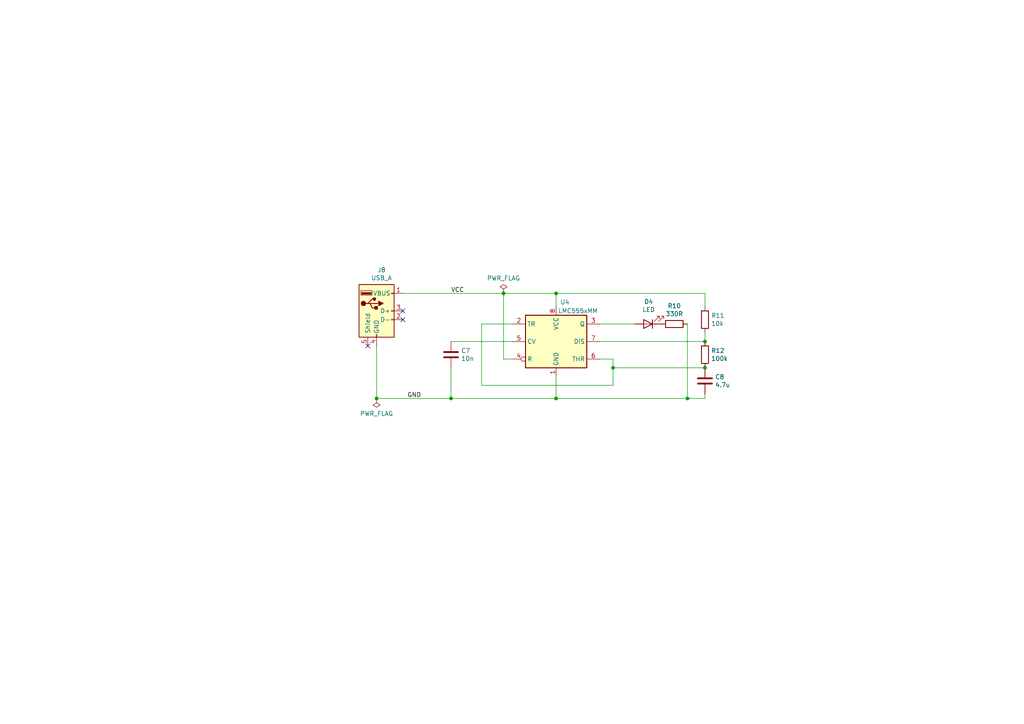
<source format=kicad_sch>
(kicad_sch (version 20211123) (generator eeschema)
  (paper "A4")
  (lib_symbols
    (symbol "Device:C" (pin_numbers hide) (pin_names (offset 0.254))
      (property "Reference" "C" (at 0.635 2.54 0))
      (property "Value" "Device_C" (at 0.635 -2.54 0))
      (symbol "C_0_1"
        (polyline (pts (xy -2.032 -0.762) (xy 2.032 -0.762)) (stroke (width 0.508)))
        (polyline (pts (xy -2.032 0.762) (xy 2.032 0.762)) (stroke (width 0.508)))
      )
      (symbol "C_1_1"
        (pin passive line (at 0 3.81 270) (length 2.794) (name "~") (number "1"))
        (pin passive line (at 0 -3.81 90) (length 2.794) (name "~") (number "2"))
      )
    )
    (symbol "Device:LED" (pin_numbers hide) (pin_names (offset 1.016) hide)
      (property "Reference" "D" (at 0 2.54 0))
      (property "Value" "Device_LED" (at 0 -2.54 0))
      (symbol "LED_0_1"
        (polyline (pts (xy -1.27 -1.27) (xy -1.27 1.27)) (stroke (width 0.254)))
        (polyline (pts (xy -1.27 0) (xy 1.27 0)))
        (polyline (pts (xy 1.27 -1.27) (xy 1.27 1.27) (xy -1.27 0) (xy 1.27 -1.27)) (stroke (width 0.254)))
        (polyline (pts (xy -3.048 -0.762) (xy -4.572 -2.286) (xy -3.81 -2.286) (xy -4.572 -2.286) (xy -4.572 -1.524)))
        (polyline (pts (xy -1.778 -0.762) (xy -3.302 -2.286) (xy -2.54 -2.286) (xy -3.302 -2.286) (xy -3.302 -1.524)))
      )
      (symbol "LED_1_1"
        (pin passive line (at -3.81 0 0) (length 2.54) (name "K") (number "1"))
        (pin passive line (at 3.81 0 180) (length 2.54) (name "A") (number "2"))
      )
    )
    (symbol "Device:R" (pin_numbers hide) (pin_names (offset 0))
      (property "Reference" "R" (at 2.032 0 90))
      (property "Value" "Device_R" (at 0 0 90))
      (symbol "R_0_1"
        (rectangle (start -1.016 -2.54) (end 1.016 2.54) (stroke (width 0.254)))
      )
      (symbol "R_1_1"
        (pin passive line (at 0 3.81 270) (length 1.27) (name "~") (number "1"))
        (pin passive line (at 0 -3.81 90) (length 1.27) (name "~") (number "2"))
      )
    )
    (symbol "Timer:LMC555xMM"
      (property "Reference" "U" (at -10.16 8.89 0))
      (property "Value" "Timer_LMC555xMM" (at 2.54 8.89 0))
      (symbol "LMC555xMM_0_0"
        (pin power_in line (at 0 -10.16 90) (length 2.54) (name "GND") (number "1"))
        (pin power_in line (at 0 10.16 270) (length 2.54) (name "VCC") (number "8"))
      )
      (symbol "LMC555xMM_0_1"
        (rectangle (start -8.89 -7.62) (end 8.89 7.62) (stroke (width 0.254)) (fill (type background)))
        (rectangle (start -8.89 -7.62) (end 8.89 7.62) (stroke (width 0.254)) (fill (type background)))
      )
      (symbol "LMC555xMM_1_1"
        (pin input line (at -12.7 5.08 0) (length 3.81) (name "TR") (number "2"))
        (pin output line (at 12.7 5.08 180) (length 3.81) (name "Q") (number "3"))
        (pin input inverted (at -12.7 -5.08 0) (length 3.81) (name "R") (number "4"))
        (pin input line (at -12.7 0 0) (length 3.81) (name "CV") (number "5"))
        (pin input line (at 12.7 -5.08 180) (length 3.81) (name "THR") (number "6"))
        (pin input line (at 12.7 0 180) (length 3.81) (name "DIS") (number "7"))
      )
    )
    (symbol "power:PWR_FLAG" (power) (pin_numbers hide) (pin_names (offset 0) hide)
      (property "Value" "power_PWR_FLAG" (at 0 3.81 0))
      (symbol "PWR_FLAG_0_0"
        (pin power_out line (at 0 0 90) (length 0) (name "pwr") (number "1"))
      )
      (symbol "PWR_FLAG_0_1"
        (polyline (pts (xy 0 0) (xy 0 1.27) (xy -1.016 1.905) (xy 0 2.54) (xy 1.016 1.905) (xy 0 1.27)))
      )
    )
    (symbol "solderingChallenge-rescue:USB_A-Connector" (pin_names (offset 1.016))
      (property "Reference" "J" (at -5.08 11.43 0))
      (property "Value" "USB_A-Connector" (at -5.08 8.89 0))
      (symbol "USB_A-Connector_0_1"
        (rectangle (start -5.08 -7.62) (end 5.08 7.62) (stroke (width 0.254)) (fill (type background)))
        (circle (center -3.81 2.159) (radius 0.635) (stroke (width 0.254)) (fill (type outline)))
        (rectangle (start -1.524 4.826) (end -4.318 5.334) (fill (type outline)))
        (rectangle (start -1.27 4.572) (end -4.572 5.842))
        (circle (center -0.635 3.429) (radius 0.381) (stroke (width 0.254)) (fill (type outline)))
        (rectangle (start -0.127 -7.62) (end 0.127 -6.858))
        (polyline (pts (xy -3.175 2.159) (xy -2.54 2.159) (xy -1.27 3.429) (xy -0.635 3.429)) (stroke (width 0.254)))
        (polyline (pts (xy -2.54 2.159) (xy -1.905 2.159) (xy -1.27 0.889) (xy 0 0.889)) (stroke (width 0.254)))
        (polyline (pts (xy 0.635 2.794) (xy 0.635 1.524) (xy 1.905 2.159) (xy 0.635 2.794)) (stroke (width 0.254)) (fill (type outline)))
        (rectangle (start 0.254 1.27) (end -0.508 0.508) (stroke (width 0.254)) (fill (type outline)))
        (rectangle (start 5.08 -2.667) (end 4.318 -2.413))
        (rectangle (start 5.08 -0.127) (end 4.318 0.127))
        (rectangle (start 5.08 4.953) (end 4.318 5.207))
      )
      (symbol "USB_A-Connector_1_1"
        (polyline (pts (xy -1.905 2.159) (xy 0.635 2.159)) (stroke (width 0.254)))
        (pin power_in line (at 7.62 5.08 180) (length 2.54) (name "VBUS") (number "1"))
        (pin passive line (at 7.62 -2.54 180) (length 2.54) (name "D-") (number "2"))
        (pin passive line (at 7.62 0 180) (length 2.54) (name "D+") (number "3"))
        (pin power_in line (at 0 -10.16 90) (length 2.54) (name "GND") (number "4"))
        (pin passive line (at -2.54 -10.16 90) (length 2.54) (name "Shield") (number "5"))
      )
    )
  )
  (junction (at 146.05 85.09))
  (junction (at 161.29 115.57))
  (junction (at 177.8 106.68))
  (junction (at 199.39 115.57))
  (junction (at 204.47 99.06))
  (junction (at 109.22 115.57))
  (junction (at 204.47 106.68))
  (junction (at 130.81 115.57))
  (junction (at 161.29 85.09))
  (no_connect (at 116.84 90.17))
  (no_connect (at 116.84 92.71))
  (no_connect (at 106.68 100.33))
  (wire (pts (xy 161.29 115.57) (xy 199.39 115.57)))
  (wire (pts (xy 204.47 96.52) (xy 204.47 99.06)))
  (wire (pts (xy 204.47 106.68) (xy 177.8 106.68)))
  (wire (pts (xy 173.99 99.06) (xy 204.47 99.06)))
  (wire (pts (xy 177.8 104.14) (xy 173.99 104.14)))
  (wire (pts (xy 148.59 104.14) (xy 146.05 104.14)))
  (wire (pts (xy 130.81 115.57) (xy 161.29 115.57)))
  (wire (pts (xy 146.05 104.14) (xy 146.05 85.09)))
  (wire (pts (xy 204.47 115.57) (xy 204.47 114.3)))
  (wire (pts (xy 204.47 85.09) (xy 204.47 88.9)))
  (wire (pts (xy 139.7 111.76) (xy 177.8 111.76)))
  (wire (pts (xy 109.22 115.57) (xy 109.22 100.33)))
  (wire (pts (xy 199.39 115.57) (xy 204.47 115.57)))
  (wire (pts (xy 177.8 106.68) (xy 177.8 104.14)))
  (wire (pts (xy 173.99 93.98) (xy 184.15 93.98)))
  (wire (pts (xy 146.05 85.09) (xy 161.29 85.09)))
  (wire (pts (xy 130.81 99.06) (xy 148.59 99.06)))
  (wire (pts (xy 161.29 85.09) (xy 204.47 85.09)))
  (wire (pts (xy 130.81 106.68) (xy 130.81 115.57)))
  (wire (pts (xy 199.39 93.98) (xy 199.39 115.57)))
  (wire (pts (xy 161.29 115.57) (xy 161.29 109.22)))
  (wire (pts (xy 161.29 88.9) (xy 161.29 85.09)))
  (wire (pts (xy 116.84 85.09) (xy 146.05 85.09)))
  (wire (pts (xy 130.81 115.57) (xy 109.22 115.57)))
  (wire (pts (xy 148.59 93.98) (xy 139.7 93.98)))
  (wire (pts (xy 139.7 93.98) (xy 139.7 111.76)))
  (wire (pts (xy 177.8 111.76) (xy 177.8 106.68)))
  (label "VCC" (at 130.81 85.09 0))
  (label "GND" (at 118.11 115.57 0))
  (symbol (lib_id "Device:R") (at 204.47 102.87 0) (unit 1)
    (property "Reference" "R12" (at 206.248 101.7016 0) (effects (justify left)))
    (property "Value" "100k" (at 206.248 104.013 0) (effects (justify left)))
    (property "Footprint" "Resistor_SMD:R_0402_1005Metric" (effects hide))
  )
  (symbol (lib_id "Device:C") (at 130.81 102.87 0) (unit 1)
    (property "Reference" "C7" (at 133.731 101.7016 0) (effects (justify left)))
    (property "Value" "10n" (at 133.731 104.013 0) (effects (justify left)))
    (property "Footprint" "Capacitor_SMD:C_0402_1005Metric" (effects hide))
  )
  (symbol (lib_id "Device:R") (at 204.47 92.71 0) (unit 1)
    (property "Reference" "R11" (at 206.248 91.5416 0) (effects (justify left)))
    (property "Value" "10k" (at 206.248 93.853 0) (effects (justify left)))
    (property "Footprint" "Resistor_SMD:R_0402_1005Metric" (effects hide))
  )
  (symbol (lib_id "Device:C") (at 204.47 110.49 0) (unit 1)
    (property "Reference" "C8" (at 207.391 109.3216 0) (effects (justify left)))
    (property "Value" "4.7u" (at 207.391 111.633 0) (effects (justify left)))
    (property "Footprint" "Capacitor_SMD:C_0402_1005Metric" (effects hide))
  )
  (symbol (lib_id "solderingChallenge-rescue:USB_A-Connector") (at 109.22 90.17 0) (unit 1)
    (property "Reference" "J8" (at 110.6678 78.3082 0))
    (property "Value" "USB_A" (at 110.6678 80.6196 0))
    (property "Footprint" "RoboCamp:usb-PCB" (effects hide))
    (property "Datasheet" " ~" (effects hide))
  )
  (symbol (lib_id "Device:R") (at 195.58 93.98 270) (unit 1)
    (property "Reference" "R10" (at 195.58 88.7222 90))
    (property "Value" "330R" (at 195.58 91.0336 90))
    (property "Footprint" "Resistor_SMD:R_0402_1005Metric" (effects hide))
  )
  (symbol (lib_id "Device:LED") (at 187.96 93.98 180) (unit 1)
    (property "Reference" "D4" (at 188.1378 87.503 0))
    (property "Value" "LED" (at 188.1378 89.8144 0))
    (property "Footprint" "LED_SMD:LED_0402_1005Metric" (effects hide))
  )
  (symbol (lib_id "power:PWR_FLAG") (at 146.05 85.09 0) (unit 1)
    (property "Reference" "#FLG07" (effects hide))
    (property "Value" "PWR_FLAG" (at 146.05 80.6958 0))
  )
  (symbol (lib_id "power:PWR_FLAG") (at 109.22 115.57 180) (unit 1)
    (property "Reference" "#FLG08" (effects hide))
    (property "Value" "PWR_FLAG" (at 109.22 119.9642 0))
  )
  (symbol (lib_id "Timer:LMC555xMM") (at 161.29 99.06 0) (unit 1)
    (property "Reference" "U4" (at 163.83 87.63 0))
    (property "Value" "LMC555xMM" (at 167.64 90.17 0))
    (property "Footprint" "Package_SO:VSSOP-8_3.0x3.0mm_P0.65mm" (effects hide))
    (property "Datasheet" "http://www.ti.com/lit/ds/symlink/lmc555.pdf" (effects hide))
  )
)
</source>
